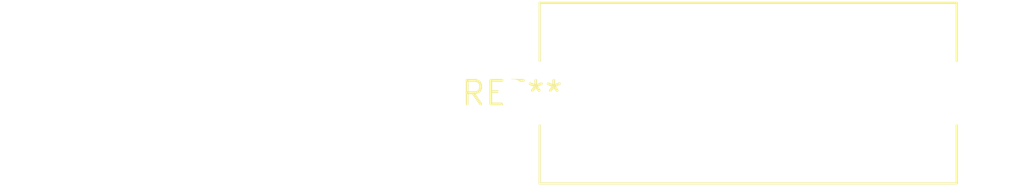
<source format=kicad_pcb>
(kicad_pcb (version 20240108) (generator pcbnew)
  (layers (0 "F.Cu" signal) (31 "B.Cu" signal) (34 "B.Paste" user) (35 "F.Paste" user) (36 "B.SilkS" user "B.Silkscreen") (37 "F.SilkS" user "F.Silkscreen") (38 "B.Mask" user) (39 "F.Mask" user) (44 "Edge.Cuts" user))
  (net 0 "")
  (footprint "R_Axial_Shunt_L22.2mm_W9.5mm_PS14.30mm_P25.40mm" (layer "F.Cu") (at 0 0)
    (property "Reference" "REF**")
    (property "Value" "R_Axial_Shunt_L22.2mm_W9.5mm_PS14.30mm_P25.40mm")
    (fp_line (start 1.48 -4.87) (end 23.92 -4.87) (layer "F.SilkS") (stroke (width 0.12)))
    (fp_line (start 1.48 -1.74) (end 1.48 -4.87) (layer "F.SilkS") (stroke (width 0.12)))
    (fp_line (start 1.48 1.74) (end 1.48 4.87) (layer "F.SilkS") (stroke (width 0.12)))
    (fp_line (start 1.48 4.87) (end 23.92 4.87) (layer "F.SilkS") (stroke (width 0.12)))
    (fp_line (start 23.92 -4.87) (end 23.92 -1.74) (layer "F.SilkS") (stroke (width 0.12)))
    (fp_line (start 23.92 4.87) (end 23.92 1.74) (layer "F.SilkS") (stroke (width 0.12)))
    (pad "1" thru_hole circle (at 0 0) (size 3 3) (drill 1.5) (layers *.Cu *.Mask) (remove_unused_layers))
    (pad "2" thru_hole oval (at 5.55 0) (size 3 3) (drill 1.5) (layers *.Cu *.Mask) (remove_unused_layers))
    (pad "3" thru_hole oval (at 19.85 0) (size 3 3) (drill 1.5) (layers *.Cu *.Mask) (remove_unused_layers))
    (pad "4" thru_hole oval (at 25.4 0) (size 3 3) (drill 1.5) (layers *.Cu *.Mask) (remove_unused_layers))
  )
)
</source>
